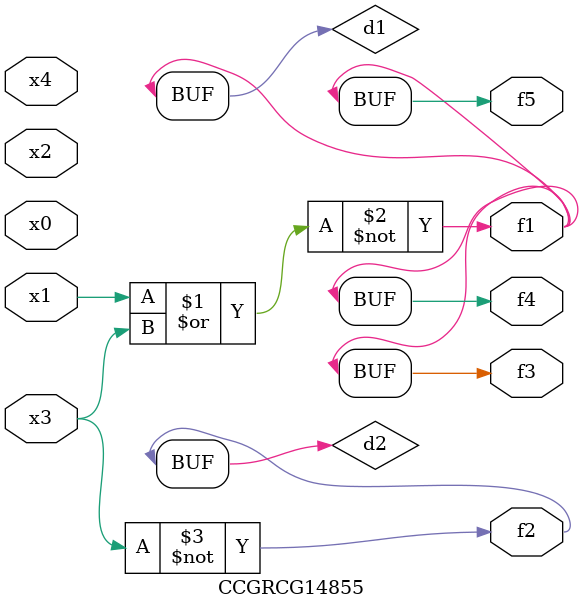
<source format=v>
module CCGRCG14855(
	input x0, x1, x2, x3, x4,
	output f1, f2, f3, f4, f5
);

	wire d1, d2;

	nor (d1, x1, x3);
	not (d2, x3);
	assign f1 = d1;
	assign f2 = d2;
	assign f3 = d1;
	assign f4 = d1;
	assign f5 = d1;
endmodule

</source>
